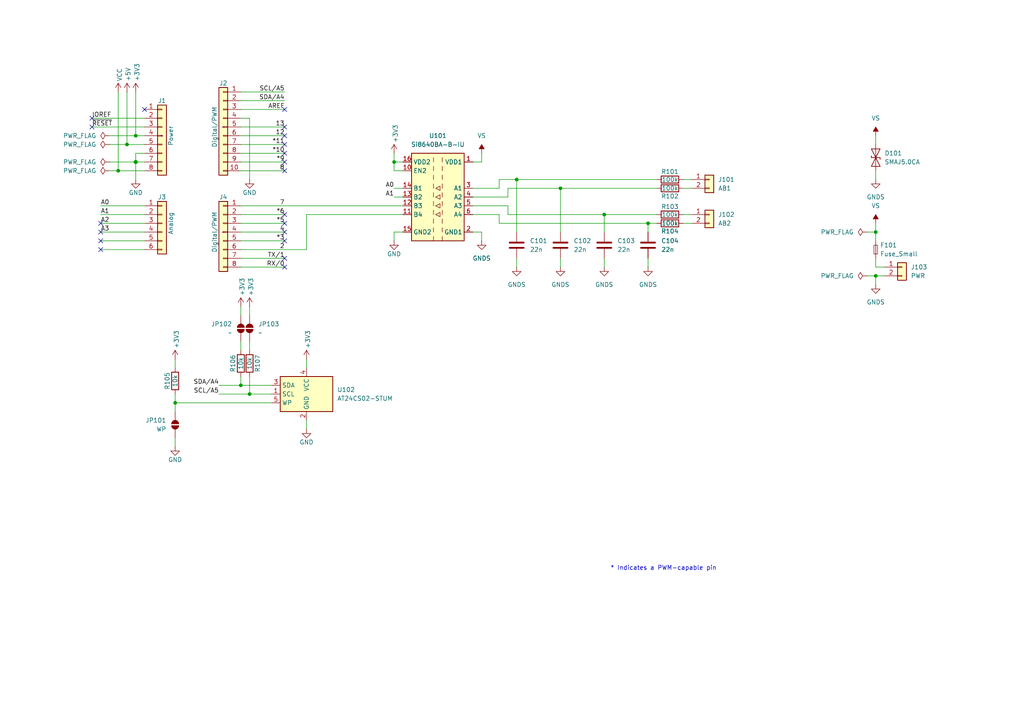
<source format=kicad_sch>
(kicad_sch (version 20250114) (generator "eeschema") (generator_version "9.0")
  (paper "A4")
  (title_block (title "Arduino Uno R3 rotary encoder input shield") (date "2025-12-13") (rev "0.1") (company "Eurovibes / Benedikt Spranger") (comment 1 "SPDX-License-Identifier: CERN-OHL-S-2.0") (comment 2 "https://ohwr.org/cern_ohl_s_v2.txt") (comment 3 "To view a copy of this license, visit") (comment 4 "This work is licensed under the CERN-OHL-S v2"))
  (lib_symbols
    (symbol "Connector_Generic:Conn_01x02" (pin_names (offset 1.016) (hide yes))
      (property "Reference" "J" (at 0 2.54 0))
      (property "Value" "Conn_01x02" (at 0 -5.08 0))
      (symbol "Conn_01x02_1_1"
        (rectangle (start -1.27 1.27) (end 1.27 -3.81) (stroke (width 0.254)) (fill (type background)))
        (rectangle (start -1.27 0.127) (end 0 -0.127) (stroke (width 0.1524)))
        (rectangle (start -1.27 -2.413) (end 0 -2.667) (stroke (width 0.1524)))
        (pin passive line (at -5.08 0 0) (length 3.81) (name "Pin_1") (number "1"))
        (pin passive line (at -5.08 -2.54 0) (length 3.81) (name "Pin_2") (number "2"))
      )
    )
    (symbol "Connector_Generic:Conn_01x06" (pin_names (offset 1.016) (hide yes))
      (property "Reference" "J" (at 0 7.62 0))
      (property "Value" "Conn_01x06" (at 0 -10.16 0))
      (symbol "Conn_01x06_1_1"
        (rectangle (start -1.27 6.35) (end 1.27 -8.89) (stroke (width 0.254)) (fill (type background)))
        (rectangle (start -1.27 5.207) (end 0 4.953) (stroke (width 0.1524)))
        (rectangle (start -1.27 2.667) (end 0 2.413) (stroke (width 0.1524)))
        (rectangle (start -1.27 0.127) (end 0 -0.127) (stroke (width 0.1524)))
        (rectangle (start -1.27 -2.413) (end 0 -2.667) (stroke (width 0.1524)))
        (rectangle (start -1.27 -4.953) (end 0 -5.207) (stroke (width 0.1524)))
        (rectangle (start -1.27 -7.493) (end 0 -7.747) (stroke (width 0.1524)))
        (pin passive line (at -5.08 5.08 0) (length 3.81) (name "Pin_1") (number "1"))
        (pin passive line (at -5.08 2.54 0) (length 3.81) (name "Pin_2") (number "2"))
        (pin passive line (at -5.08 0 0) (length 3.81) (name "Pin_3") (number "3"))
        (pin passive line (at -5.08 -2.54 0) (length 3.81) (name "Pin_4") (number "4"))
        (pin passive line (at -5.08 -5.08 0) (length 3.81) (name "Pin_5") (number "5"))
        (pin passive line (at -5.08 -7.62 0) (length 3.81) (name "Pin_6") (number "6"))
      )
    )
    (symbol "Connector_Generic:Conn_01x08" (pin_names (offset 1.016) (hide yes))
      (property "Reference" "J" (at 0 10.16 0))
      (property "Value" "Conn_01x08" (at 0 -12.7 0))
      (symbol "Conn_01x08_1_1"
        (rectangle (start -1.27 8.89) (end 1.27 -11.43) (stroke (width 0.254)) (fill (type background)))
        (rectangle (start -1.27 7.747) (end 0 7.493) (stroke (width 0.1524)))
        (rectangle (start -1.27 5.207) (end 0 4.953) (stroke (width 0.1524)))
        (rectangle (start -1.27 2.667) (end 0 2.413) (stroke (width 0.1524)))
        (rectangle (start -1.27 0.127) (end 0 -0.127) (stroke (width 0.1524)))
        (rectangle (start -1.27 -2.413) (end 0 -2.667) (stroke (width 0.1524)))
        (rectangle (start -1.27 -4.953) (end 0 -5.207) (stroke (width 0.1524)))
        (rectangle (start -1.27 -7.493) (end 0 -7.747) (stroke (width 0.1524)))
        (rectangle (start -1.27 -10.033) (end 0 -10.287) (stroke (width 0.1524)))
        (pin passive line (at -5.08 7.62 0) (length 3.81) (name "Pin_1") (number "1"))
        (pin passive line (at -5.08 5.08 0) (length 3.81) (name "Pin_2") (number "2"))
        (pin passive line (at -5.08 2.54 0) (length 3.81) (name "Pin_3") (number "3"))
        (pin passive line (at -5.08 0 0) (length 3.81) (name "Pin_4") (number "4"))
        (pin passive line (at -5.08 -2.54 0) (length 3.81) (name "Pin_5") (number "5"))
        (pin passive line (at -5.08 -5.08 0) (length 3.81) (name "Pin_6") (number "6"))
        (pin passive line (at -5.08 -7.62 0) (length 3.81) (name "Pin_7") (number "7"))
        (pin passive line (at -5.08 -10.16 0) (length 3.81) (name "Pin_8") (number "8"))
      )
    )
    (symbol "Connector_Generic:Conn_01x10" (pin_names (offset 1.016) (hide yes))
      (property "Reference" "J" (at 0 12.7 0))
      (property "Value" "Conn_01x10" (at 0 -15.24 0))
      (symbol "Conn_01x10_1_1"
        (rectangle (start -1.27 11.43) (end 1.27 -13.97) (stroke (width 0.254)) (fill (type background)))
        (rectangle (start -1.27 10.287) (end 0 10.033) (stroke (width 0.1524)))
        (rectangle (start -1.27 7.747) (end 0 7.493) (stroke (width 0.1524)))
        (rectangle (start -1.27 5.207) (end 0 4.953) (stroke (width 0.1524)))
        (rectangle (start -1.27 2.667) (end 0 2.413) (stroke (width 0.1524)))
        (rectangle (start -1.27 0.127) (end 0 -0.127) (stroke (width 0.1524)))
        (rectangle (start -1.27 -2.413) (end 0 -2.667) (stroke (width 0.1524)))
        (rectangle (start -1.27 -4.953) (end 0 -5.207) (stroke (width 0.1524)))
        (rectangle (start -1.27 -7.493) (end 0 -7.747) (stroke (width 0.1524)))
        (rectangle (start -1.27 -10.033) (end 0 -10.287) (stroke (width 0.1524)))
        (rectangle (start -1.27 -12.573) (end 0 -12.827) (stroke (width 0.1524)))
        (pin passive line (at -5.08 10.16 0) (length 3.81) (name "Pin_1") (number "1"))
        (pin passive line (at -5.08 7.62 0) (length 3.81) (name "Pin_2") (number "2"))
        (pin passive line (at -5.08 5.08 0) (length 3.81) (name "Pin_3") (number "3"))
        (pin passive line (at -5.08 2.54 0) (length 3.81) (name "Pin_4") (number "4"))
        (pin passive line (at -5.08 0 0) (length 3.81) (name "Pin_5") (number "5"))
        (pin passive line (at -5.08 -2.54 0) (length 3.81) (name "Pin_6") (number "6"))
        (pin passive line (at -5.08 -5.08 0) (length 3.81) (name "Pin_7") (number "7"))
        (pin passive line (at -5.08 -7.62 0) (length 3.81) (name "Pin_8") (number "8"))
        (pin passive line (at -5.08 -10.16 0) (length 3.81) (name "Pin_9") (number "9"))
        (pin passive line (at -5.08 -12.7 0) (length 3.81) (name "Pin_10") (number "10"))
      )
    )
    (symbol "Device:C" (pin_numbers (hide yes)) (pin_names (offset 0.254))
      (property "Reference" "C" (at 0.635 2.54 0))
      (property "Value" "C" (at 0.635 -2.54 0))
      (symbol "C_0_1"
        (polyline (pts (xy -2.032 0.762) (xy 2.032 0.762)) (stroke (width 0.508)))
        (polyline (pts (xy -2.032 -0.762) (xy 2.032 -0.762)) (stroke (width 0.508)))
      )
      (symbol "C_1_1"
        (pin passive line (at 0 3.81 270) (length 2.794) (name "~") (number "1"))
        (pin passive line (at 0 -3.81 90) (length 2.794) (name "~") (number "2"))
      )
    )
    (symbol "Device:Fuse_Small" (pin_numbers (hide yes)) (pin_names (offset 0.254) (hide yes))
      (property "Reference" "F" (at 0 -1.524 0))
      (property "Value" "Fuse_Small" (at 0 1.524 0))
      (symbol "Fuse_Small_0_1"
        (rectangle (start -1.27 0.508) (end 1.27 -0.508))
        (polyline (pts (xy -1.27 0) (xy 1.27 0)))
      )
      (symbol "Fuse_Small_1_1"
        (pin passive line (at -2.54 0 0) (length 1.27) (name "~") (number "1"))
        (pin passive line (at 2.54 0 180) (length 1.27) (name "~") (number "2"))
      )
    )
    (symbol "Device:R" (pin_numbers (hide yes)) (pin_names (offset 0))
      (property "Reference" "R" (at 2.032 0 90))
      (property "Value" "R" (at 0 0 90))
      (symbol "R_0_1"
        (rectangle (start -1.016 -2.54) (end 1.016 2.54) (stroke (width 0.254)))
      )
      (symbol "R_1_1"
        (pin passive line (at 0 3.81 270) (length 1.27) (name "~") (number "1"))
        (pin passive line (at 0 -3.81 90) (length 1.27) (name "~") (number "2"))
      )
    )
    (symbol "Diode:SMAJ5.0CA" (pin_numbers (hide yes)) (pin_names (offset 1.016) (hide yes))
      (property "Reference" "D" (at 0 2.54 0))
      (property "Value" "SMAJ5.0CA" (at 0 -2.54 0))
      (symbol "SMAJ5.0CA_0_1"
        (polyline (pts (xy -2.54 -1.27) (xy 0 0) (xy -2.54 1.27) (xy -2.54 -1.27)) (stroke (width 0.2032)))
        (polyline (pts (xy 0.508 1.27) (xy 0 1.27) (xy 0 -1.27) (xy -0.508 -1.27)) (stroke (width 0.2032)))
        (polyline (pts (xy 1.27 0) (xy -1.27 0)))
        (polyline (pts (xy 2.54 1.27) (xy 2.54 -1.27) (xy 0 0) (xy 2.54 1.27)) (stroke (width 0.2032)))
      )
      (symbol "SMAJ5.0CA_1_1"
        (pin passive line (at -3.81 0 0) (length 2.54) (name "A1") (number "1"))
        (pin passive line (at 3.81 0 180) (length 2.54) (name "A2") (number "2"))
      )
    )
    (symbol "Isolator:Si8640BA-B-IU"
      (property "Reference" "U" (at 0 15.875 0))
      (property "Value" "Si8640BA-B-IU" (at 0 13.97 0))
      (symbol "Si8640BA-B-IU_0_1"
        (rectangle (start -7.62 12.7) (end 7.62 -12.7) (stroke (width 0.254)) (fill (type background)))
        (polyline (pts (xy -1.27 11.43) (xy -1.27 10.16)))
        (polyline (pts (xy -1.27 8.89) (xy -1.27 7.62)))
        (polyline (pts (xy -1.27 6.35) (xy -1.27 5.08)))
        (polyline (pts (xy -1.27 3.81) (xy -1.27 2.54)))
        (polyline (pts (xy -1.27 1.27) (xy -1.27 0)))
        (polyline (pts (xy -1.27 -1.27) (xy -1.27 -2.54)))
        (polyline (pts (xy -1.27 -3.81) (xy -1.27 -5.08)))
        (polyline (pts (xy -1.27 -6.35) (xy -1.27 -7.62)))
        (polyline (pts (xy -1.27 -8.89) (xy -1.27 -10.16)))
        (polyline (pts (xy -1.27 -11.43) (xy -1.27 -12.7)))
        (polyline (pts (xy -0.635 3.175) (xy -0.635 1.905) (xy 0.635 2.54) (xy -0.635 3.175)))
        (polyline (pts (xy -0.635 0.635) (xy -0.635 -0.635) (xy 0.635 0) (xy -0.635 0.635)))
        (polyline (pts (xy 0.635 -2.54) (xy -0.635 -1.905) (xy -0.635 -3.175) (xy 0.635 -2.54)))
        (polyline (pts (xy 0.635 -5.08) (xy -0.635 -4.445) (xy -0.635 -5.715) (xy 0.635 -5.08)))
        (polyline (pts (xy 1.27 11.43) (xy 1.27 10.16)))
        (polyline (pts (xy 1.27 8.89) (xy 1.27 7.62)))
        (polyline (pts (xy 1.27 6.35) (xy 1.27 5.08)))
        (polyline (pts (xy 1.27 3.81) (xy 1.27 2.54)))
        (polyline (pts (xy 1.27 1.27) (xy 1.27 0)))
        (polyline (pts (xy 1.27 -1.27) (xy 1.27 -2.54)))
        (polyline (pts (xy 1.27 -3.81) (xy 1.27 -5.08)))
        (polyline (pts (xy 1.27 -6.35) (xy 1.27 -7.62)))
        (polyline (pts (xy 1.27 -8.89) (xy 1.27 -10.16)))
        (polyline (pts (xy 1.27 -11.43) (xy 1.27 -12.7)))
      )
      (symbol "Si8640BA-B-IU_1_1"
        (pin power_in line (at -10.16 10.16 0) (length 2.54) (name "VDD1") (number "1"))
        (pin input line (at -10.16 2.54 0) (length 2.54) (name "A1") (number "3"))
        (pin input line (at -10.16 0 0) (length 2.54) (name "A2") (number "4"))
        (pin input line (at -10.16 -2.54 0) (length 2.54) (name "A3") (number "5"))
        (pin input line (at -10.16 -5.08 0) (length 2.54) (name "A4") (number "6"))
        (pin power_in line (at -10.16 -10.16 0) (length 2.54) (name "GND1") (number "2"))
        (pin passive line (at -10.16 -10.16 0) (length 2.54) (hide yes) (name "GND1") (number "8"))
        (pin no_connect line (at -7.62 7.62 0) (length 2.54) (hide yes) (name "NC") (number "7"))
        (pin power_in line (at 10.16 10.16 180) (length 2.54) (name "VDD2") (number "16"))
        (pin input line (at 10.16 7.62 180) (length 2.54) (name "EN2") (number "10"))
        (pin output line (at 10.16 2.54 180) (length 2.54) (name "B1") (number "14"))
        (pin output line (at 10.16 0 180) (length 2.54) (name "B2") (number "13"))
        (pin output line (at 10.16 -2.54 180) (length 2.54) (name "B3") (number "12"))
        (pin output line (at 10.16 -5.08 180) (length 2.54) (name "B4") (number "11"))
        (pin power_in line (at 10.16 -10.16 180) (length 2.54) (name "GND2") (number "15"))
        (pin passive line (at 10.16 -10.16 180) (length 2.54) (hide yes) (name "GND2") (number "9"))
      )
    )
    (symbol "Jumper:SolderJumper_2_Open" (pin_numbers (hide yes)) (pin_names (offset 0) (hide yes)) (in_bom no)
      (property "Reference" "JP" (at 0 2.032 0))
      (property "Value" "SolderJumper_2_Open" (at 0 -2.54 0))
      (symbol "SolderJumper_2_Open_0_1"
        (polyline (pts (xy -0.254 1.016) (xy -0.254 -1.016)))
        (arc (start -0.254 -1.016) (mid -1.2656 0) (end -0.254 1.016))
        (arc (start -0.254 -1.016) (mid -1.2656 0) (end -0.254 1.016) (fill (type outline)))
        (arc (start 0.254 1.016) (mid 1.2656 0) (end 0.254 -1.016))
        (arc (start 0.254 1.016) (mid 1.2656 0) (end 0.254 -1.016) (fill (type outline)))
        (polyline (pts (xy 0.254 1.016) (xy 0.254 -1.016)))
      )
      (symbol "SolderJumper_2_Open_1_1"
        (pin passive line (at -3.81 0 0) (length 2.54) (name "A") (number "1"))
        (pin passive line (at 3.81 0 180) (length 2.54) (name "B") (number "2"))
      )
    )
    (symbol "Memory_EEPROM:AT24CS02-STUM"
      (property "Reference" "U" (at -7.62 6.35 0))
      (property "Value" "AT24CS02-STUM" (at 2.54 -6.35 0))
      (symbol "AT24CS02-STUM_1_1"
        (rectangle (start -7.62 5.08) (end 7.62 -5.08) (stroke (width 0.254)) (fill (type background)))
        (pin power_in line (at 0 7.62 270) (length 2.54) (name "VCC") (number "4"))
        (pin power_in line (at 0 -7.62 90) (length 2.54) (name "GND") (number "2"))
        (pin bidirectional line (at 10.16 2.54 180) (length 2.54) (name "SDA") (number "3"))
        (pin input line (at 10.16 0 180) (length 2.54) (name "SCL") (number "1"))
        (pin input line (at 10.16 -2.54 180) (length 2.54) (name "WP") (number "5"))
      )
    )
    (symbol "power:+3V3" (power) (pin_numbers (hide yes)) (pin_names (offset 0) (hide yes))
      (property "Value" "+3V3" (at 0 3.556 0))
      (symbol "+3V3_0_1"
        (polyline (pts (xy -0.762 1.27) (xy 0 2.54)))
        (polyline (pts (xy 0 2.54) (xy 0.762 1.27)))
        (polyline (pts (xy 0 0) (xy 0 2.54)))
      )
      (symbol "+3V3_1_1"
        (pin power_in line (at 0 0 90) (length 0) (name "~") (number "1"))
      )
    )
    (symbol "power:+5V" (power) (pin_numbers (hide yes)) (pin_names (offset 0) (hide yes))
      (property "Value" "+5V" (at 0 3.556 0))
      (symbol "+5V_0_1"
        (polyline (pts (xy -0.762 1.27) (xy 0 2.54)))
        (polyline (pts (xy 0 2.54) (xy 0.762 1.27)))
        (polyline (pts (xy 0 0) (xy 0 2.54)))
      )
      (symbol "+5V_1_1"
        (pin power_in line (at 0 0 90) (length 0) (name "~") (number "1"))
      )
    )
    (symbol "power:GND" (power) (pin_numbers (hide yes)) (pin_names (offset 0) (hide yes))
      (property "Value" "GND" (at 0 -3.81 0))
      (symbol "GND_0_1"
        (polyline (pts (xy 0 0) (xy 0 -1.27) (xy 1.27 -1.27) (xy 0 -2.54) (xy -1.27 -1.27) (xy 0 -1.27)))
      )
      (symbol "GND_1_1"
        (pin power_in line (at 0 0 270) (length 0) (name "~") (number "1"))
      )
    )
    (symbol "power:GNDS" (power) (pin_numbers (hide yes)) (pin_names (offset 0) (hide yes))
      (property "Value" "GNDS" (at 0 -3.81 0))
      (symbol "GNDS_0_1"
        (polyline (pts (xy 0 0) (xy 0 -1.27) (xy 1.27 -1.27) (xy 0 -2.54) (xy -1.27 -1.27) (xy 0 -1.27)))
      )
      (symbol "GNDS_1_1"
        (pin power_in line (at 0 0 270) (length 0) (name "~") (number "1"))
      )
    )
    (symbol "power:PWR_FLAG" (power) (pin_numbers (hide yes)) (pin_names (offset 0) (hide yes))
      (property "Value" "PWR_FLAG" (at 0 3.81 0))
      (symbol "PWR_FLAG_0_0"
        (pin power_out line (at 0 0 90) (length 0) (name "~") (number "1"))
      )
      (symbol "PWR_FLAG_0_1"
        (polyline (pts (xy 0 0) (xy 0 1.27) (xy -1.016 1.905) (xy 0 2.54) (xy 1.016 1.905) (xy 0 1.27)))
      )
    )
    (symbol "power:VCC" (power) (pin_numbers (hide yes)) (pin_names (offset 0) (hide yes))
      (property "Value" "VCC" (at 0 3.556 0))
      (symbol "VCC_0_1"
        (polyline (pts (xy -0.762 1.27) (xy 0 2.54)))
        (polyline (pts (xy 0 2.54) (xy 0.762 1.27)))
        (polyline (pts (xy 0 0) (xy 0 2.54)))
      )
      (symbol "VCC_1_1"
        (pin power_in line (at 0 0 90) (length 0) (name "~") (number "1"))
      )
    )
    (symbol "power:VS" (power) (pin_numbers (hide yes)) (pin_names (offset 0) (hide yes))
      (property "Value" "VS" (at 0 3.556 0))
      (symbol "VS_0_1"
        (polyline (pts (xy 0 0) (xy 0 2.54)))
        (polyline (pts (xy 0.762 1.27) (xy -0.762 1.27) (xy 0 2.54) (xy 0.762 1.27)) (fill (type outline)))
      )
      (symbol "VS_1_1"
        (pin power_in line (at 0 0 90) (length 0) (name "~") (number "1"))
      )
    )
  )
  (text "* Indicates a PWM-capable pin" (at 177.038 165.608 0) (effects (font (size 1.27 1.27)) (justify left bottom)))
  (junction (at 162.56 54.61))
  (junction (at 39.37 46.99) (diameter 1.016))
  (junction (at 114.3 46.99))
  (junction (at 72.39 114.3))
  (junction (at 39.37 39.37))
  (junction (at 175.26 62.23))
  (junction (at 254 80.01))
  (junction (at 187.96 64.77))
  (junction (at 34.29 49.53))
  (junction (at 36.83 41.91))
  (junction (at 254 67.31))
  (junction (at 50.8 116.84))
  (junction (at 149.86 52.07))
  (junction (at 69.85 111.76))
  (no_connect (at 82.55 46.99))
  (no_connect (at 26.67 34.29))
  (no_connect (at 29.21 72.39))
  (no_connect (at 29.21 69.85))
  (no_connect (at 82.55 31.75))
  (no_connect (at 82.55 44.45))
  (no_connect (at 82.55 69.85))
  (no_connect (at 82.55 64.77))
  (no_connect (at 82.55 49.53))
  (no_connect (at 82.55 39.37))
  (no_connect (at 29.21 64.77))
  (no_connect (at 82.55 36.83))
  (no_connect (at 26.67 36.83))
  (no_connect (at 82.55 62.23))
  (no_connect (at 82.55 74.93))
  (no_connect (at 29.21 67.31))
  (no_connect (at 41.91 31.75))
  (no_connect (at 82.55 41.91))
  (no_connect (at 82.55 67.31))
  (no_connect (at 82.55 77.47))
  (wire (pts (xy 69.85 77.47) (xy 82.55 77.47)))
  (wire (pts (xy 175.26 62.23) (xy 175.26 67.31)))
  (wire (pts (xy 149.86 74.93) (xy 149.86 77.47)))
  (wire (pts (xy 69.85 44.45) (xy 82.55 44.45)))
  (wire (pts (xy 254 64.77) (xy 254 67.31)))
  (wire (pts (xy 137.16 57.15) (xy 147.32 57.15)))
  (wire (pts (xy 88.9 121.92) (xy 88.9 124.46)))
  (wire (pts (xy 69.85 26.67) (xy 82.55 26.67)))
  (wire (pts (xy 147.32 59.69) (xy 147.32 62.23)))
  (wire (pts (xy 147.32 54.61) (xy 162.56 54.61)))
  (wire (pts (xy 256.54 80.01) (xy 254 80.01)))
  (wire (pts (xy 116.84 67.31) (xy 114.3 67.31)))
  (wire (pts (xy 162.56 74.93) (xy 162.56 77.47)))
  (wire (pts (xy 39.37 44.45) (xy 39.37 46.99)))
  (wire (pts (xy 137.16 46.99) (xy 139.7 46.99)))
  (wire (pts (xy 29.21 72.39) (xy 41.91 72.39)))
  (wire (pts (xy 254 49.53) (xy 254 52.07)))
  (wire (pts (xy 251.46 80.01) (xy 254 80.01)))
  (wire (pts (xy 39.37 46.99) (xy 39.37 52.07)))
  (wire (pts (xy 39.37 39.37) (xy 41.91 39.37)))
  (wire (pts (xy 88.9 62.23) (xy 88.9 72.39)))
  (wire (pts (xy 36.83 41.91) (xy 41.91 41.91)))
  (wire (pts (xy 198.12 62.23) (xy 200.66 62.23)))
  (wire (pts (xy 36.83 26.67) (xy 36.83 41.91)))
  (wire (pts (xy 50.8 104.14) (xy 50.8 106.68)))
  (wire (pts (xy 114.3 54.61) (xy 116.84 54.61)))
  (wire (pts (xy 31.75 41.91) (xy 36.83 41.91)))
  (wire (pts (xy 69.85 36.83) (xy 82.55 36.83)))
  (wire (pts (xy 72.39 88.9) (xy 72.39 91.44)))
  (wire (pts (xy 39.37 26.67) (xy 39.37 39.37)))
  (wire (pts (xy 114.3 46.99) (xy 114.3 44.45)))
  (wire (pts (xy 63.5 114.3) (xy 72.39 114.3)))
  (wire (pts (xy 41.91 59.69) (xy 29.21 59.69)))
  (wire (pts (xy 69.85 39.37) (xy 82.55 39.37)))
  (wire (pts (xy 69.85 62.23) (xy 82.55 62.23)))
  (wire (pts (xy 190.5 62.23) (xy 175.26 62.23)))
  (wire (pts (xy 251.46 67.31) (xy 254 67.31)))
  (wire (pts (xy 254 77.47) (xy 254 74.93)))
  (wire (pts (xy 147.32 62.23) (xy 175.26 62.23)))
  (wire (pts (xy 254 67.31) (xy 254 69.85)))
  (wire (pts (xy 190.5 52.07) (xy 149.86 52.07)))
  (wire (pts (xy 69.85 59.69) (xy 116.84 59.69)))
  (wire (pts (xy 69.85 46.99) (xy 82.55 46.99)))
  (wire (pts (xy 137.16 59.69) (xy 147.32 59.69)))
  (wire (pts (xy 69.85 67.31) (xy 82.55 67.31)))
  (wire (pts (xy 31.75 49.53) (xy 34.29 49.53)))
  (wire (pts (xy 144.78 62.23) (xy 144.78 64.77)))
  (wire (pts (xy 26.67 34.29) (xy 41.91 34.29)))
  (wire (pts (xy 190.5 64.77) (xy 187.96 64.77)))
  (wire (pts (xy 69.85 111.76) (xy 78.74 111.76)))
  (wire (pts (xy 31.75 46.99) (xy 39.37 46.99)))
  (wire (pts (xy 69.85 72.39) (xy 88.9 72.39)))
  (wire (pts (xy 69.85 88.9) (xy 69.85 91.44)))
  (wire (pts (xy 116.84 49.53) (xy 114.3 49.53)))
  (wire (pts (xy 72.39 34.29) (xy 72.39 52.07)))
  (wire (pts (xy 187.96 74.93) (xy 187.96 77.47)))
  (wire (pts (xy 144.78 52.07) (xy 149.86 52.07)))
  (wire (pts (xy 50.8 116.84) (xy 78.74 116.84)))
  (wire (pts (xy 139.7 67.31) (xy 139.7 69.85)))
  (wire (pts (xy 69.85 31.75) (xy 82.55 31.75)))
  (wire (pts (xy 41.91 64.77) (xy 29.21 64.77)))
  (wire (pts (xy 26.67 36.83) (xy 41.91 36.83)))
  (wire (pts (xy 41.91 46.99) (xy 39.37 46.99)))
  (wire (pts (xy 144.78 54.61) (xy 144.78 52.07)))
  (wire (pts (xy 69.85 109.22) (xy 69.85 111.76)))
  (wire (pts (xy 72.39 114.3) (xy 78.74 114.3)))
  (wire (pts (xy 139.7 46.99) (xy 139.7 44.45)))
  (wire (pts (xy 137.16 54.61) (xy 144.78 54.61)))
  (wire (pts (xy 147.32 57.15) (xy 147.32 54.61)))
  (wire (pts (xy 50.8 114.3) (xy 50.8 116.84)))
  (wire (pts (xy 41.91 49.53) (xy 34.29 49.53)))
  (wire (pts (xy 162.56 54.61) (xy 162.56 67.31)))
  (wire (pts (xy 175.26 74.93) (xy 175.26 77.47)))
  (wire (pts (xy 29.21 62.23) (xy 41.91 62.23)))
  (wire (pts (xy 116.84 46.99) (xy 114.3 46.99)))
  (wire (pts (xy 144.78 64.77) (xy 187.96 64.77)))
  (wire (pts (xy 254 39.37) (xy 254 41.91)))
  (wire (pts (xy 50.8 127) (xy 50.8 129.54)))
  (wire (pts (xy 69.85 34.29) (xy 72.39 34.29)))
  (wire (pts (xy 190.5 54.61) (xy 162.56 54.61)))
  (wire (pts (xy 114.3 67.31) (xy 114.3 69.85)))
  (wire (pts (xy 41.91 44.45) (xy 39.37 44.45)))
  (wire (pts (xy 72.39 109.22) (xy 72.39 114.3)))
  (wire (pts (xy 198.12 54.61) (xy 200.66 54.61)))
  (wire (pts (xy 114.3 49.53) (xy 114.3 46.99)))
  (wire (pts (xy 187.96 64.77) (xy 187.96 67.31)))
  (wire (pts (xy 69.85 41.91) (xy 82.55 41.91)))
  (wire (pts (xy 69.85 99.06) (xy 69.85 101.6)))
  (wire (pts (xy 31.75 39.37) (xy 39.37 39.37)))
  (wire (pts (xy 69.85 64.77) (xy 82.55 64.77)))
  (wire (pts (xy 116.84 62.23) (xy 88.9 62.23)))
  (wire (pts (xy 29.21 67.31) (xy 41.91 67.31)))
  (wire (pts (xy 198.12 52.07) (xy 200.66 52.07)))
  (wire (pts (xy 114.3 57.15) (xy 116.84 57.15)))
  (wire (pts (xy 63.5 111.76) (xy 69.85 111.76)))
  (wire (pts (xy 50.8 116.84) (xy 50.8 119.38)))
  (wire (pts (xy 69.85 29.21) (xy 82.55 29.21)))
  (wire (pts (xy 254 80.01) (xy 254 82.55)))
  (wire (pts (xy 137.16 62.23) (xy 144.78 62.23)))
  (wire (pts (xy 88.9 104.14) (xy 88.9 106.68)))
  (wire (pts (xy 69.85 69.85) (xy 82.55 69.85)))
  (wire (pts (xy 72.39 99.06) (xy 72.39 101.6)))
  (wire (pts (xy 198.12 64.77) (xy 200.66 64.77)))
  (wire (pts (xy 137.16 67.31) (xy 139.7 67.31)))
  (wire (pts (xy 149.86 52.07) (xy 149.86 67.31)))
  (wire (pts (xy 69.85 74.93) (xy 82.55 74.93)))
  (wire (pts (xy 34.29 49.53) (xy 34.29 26.67)))
  (wire (pts (xy 41.91 69.85) (xy 29.21 69.85)))
  (wire (pts (xy 256.54 77.47) (xy 254 77.47)))
  (wire (pts (xy 69.85 49.53) (xy 82.55 49.53)))
  (label "RX{slash}0" (at 82.55 77.47 180))
  (label "A0" (at 114.3 54.61 180))
  (label "A2" (at 29.21 64.77 0))
  (label "4" (at 82.55 67.31 180))
  (label "2" (at 82.55 72.39 180))
  (label "A3" (at 29.21 67.31 0))
  (label "13" (at 82.55 36.83 180))
  (label "A1" (at 114.3 57.15 180))
  (label "12" (at 82.55 39.37 180))
  (label "~{RESET}" (at 26.67 36.83 0))
  (label "*10" (at 82.55 44.45 180))
  (label "SDA{slash}A4" (at 63.5 111.76 180))
  (label "7" (at 82.55 59.69 180))
  (label "SDA{slash}A4" (at 82.55 29.21 180))
  (label "8" (at 82.55 49.53 180))
  (label "*11" (at 82.55 41.91 180))
  (label "*3" (at 82.55 69.85 180))
  (label "SCL{slash}A5" (at 63.5 114.3 180))
  (label "A1" (at 29.21 62.23 0))
  (label "TX{slash}1" (at 82.55 74.93 180))
  (label "A0" (at 29.21 59.69 0))
  (label "AREF" (at 82.55 31.75 180))
  (label "*6" (at 82.55 62.23 180))
  (label "SCL{slash}A5" (at 82.55 26.67 180))
  (label "*9" (at 82.55 46.99 180))
  (label "*5" (at 82.55 64.77 180))
  (label "IOREF" (at 26.67 34.29 0))
  (symbol (lib_id "Connector_Generic:Conn_01x08") (at 46.99 39.37 0) (unit 1)
    (property "Reference" "J1" (at 46.99 29.21 0))
    (property "Value" "Power" (at 49.53 39.37 90))
    (property "Footprint" "Connector_PinSocket_2.54mm:PinSocket_1x08_P2.54mm_Vertical" (effects (hide yes)))
    (property "Datasheet" "~" (at 46.99 39.37 0))
    (property "Description" "Generic connector, single row, 01x08, script generated (kicad-library-utils/schlib/autogen/connector/)" (effects (hide yes)))
    (property "assemble" "n" (effects (hide yes)))
    (property "Long Description" "CONN SOCKET 8POS 0.1 TIN PCB" (effects (hide yes)))
    (property "MF" "Samtec Inc." (effects (hide yes)))
    (property "MP" "ESQ-108-14-T-S" (effects (hide yes)))
    (property "Source" "Digikey" (effects (hide yes)))
    (property "SupplLink" "https://www.digikey.de/en/products/detail/samtec-inc/ESQ-108-14-T-S/6678040" (effects (hide yes)))
    (property "digikey#" "SAM9303-ND" (effects (hide yes)))
  )
  (symbol (lib_id "power:+3V3") (at 39.37 26.67 0) (unit 1)
    (property "Reference" "#PWR03" (effects (hide yes)))
    (property "Value" "+3V3" (at 39.751 23.622 90) (effects (justify left)))
    (property "Description" "Power symbol creates a global label with name \"+3V3\"" (effects (hide yes)))
  )
  (symbol (lib_id "power:+5V") (at 36.83 26.67 0) (unit 1)
    (property "Reference" "#PWR02" (effects (hide yes)))
    (property "Value" "+5V" (at 37.1856 23.622 90) (effects (justify left)))
    (property "Description" "Power symbol creates a global label with name \"+5V\"" (effects (hide yes)))
  )
  (symbol (lib_id "power:GND") (at 39.37 52.07 0) (unit 1)
    (property "Reference" "#PWR04" (effects (hide yes)))
    (property "Value" "GND" (at 39.37 55.88 0))
    (property "Description" "Power symbol creates a global label with name \"GND\" , ground" (effects (hide yes)))
  )
  (symbol (lib_id "Connector_Generic:Conn_01x10") (at 64.77 36.83 0) (mirror y) (unit 1)
    (property "Reference" "J2" (at 64.77 24.13 0))
    (property "Value" "Digital/PWM" (at 62.23 36.83 90))
    (property "Footprint" "Connector_PinSocket_2.54mm:PinSocket_1x10_P2.54mm_Vertical" (effects (hide yes)))
    (property "Datasheet" "~" (at 64.77 36.83 0))
    (property "Description" "Generic connector, single row, 01x10, script generated (kicad-library-utils/schlib/autogen/connector/)" (effects (hide yes)))
    (property "assemble" "n" (effects (hide yes)))
    (property "Long Description" "CONN SOCKET 10POS 0.1 TIN PCB" (effects (hide yes)))
    (property "MF" "Samtec Inc." (effects (hide yes)))
    (property "MP" "ESQ-110-14-T-S" (effects (hide yes)))
    (property "Source" "Digikey" (effects (hide yes)))
    (property "SupplLink" "https://www.digikey.de/en/products/detail/samtec-inc/ESQ-110-14-T-S/6692348" (effects (hide yes)))
    (property "digikey#" "SAM15577-ND" (effects (hide yes)))
  )
  (symbol (lib_id "power:GND") (at 72.39 52.07 0) (unit 1)
    (property "Reference" "#PWR05" (effects (hide yes)))
    (property "Value" "GND" (at 72.39 55.88 0))
    (property "Description" "Power symbol creates a global label with name \"GND\" , ground" (effects (hide yes)))
  )
  (symbol (lib_id "Connector_Generic:Conn_01x06") (at 46.99 64.77 0) (unit 1)
    (property "Reference" "J3" (at 46.99 57.15 0))
    (property "Value" "Analog" (at 49.53 64.77 90))
    (property "Footprint" "Connector_PinSocket_2.54mm:PinSocket_1x06_P2.54mm_Vertical" (effects (hide yes)))
    (property "Description" "Generic connector, single row, 01x06, script generated (kicad-library-utils/schlib/autogen/connector/)" (effects (hide yes)))
    (property "assemble" "n" (effects (hide yes)))
    (property "Long Description" "CONN SOCKET 6POS 0.1 TIN PCB" (effects (hide yes)))
    (property "MF" "Samtec Inc." (effects (hide yes)))
    (property "MP" "ESQ-106-14-T-S" (effects (hide yes)))
    (property "Source" "Digikey" (effects (hide yes)))
    (property "SupplLink" "https://www.digikey.de/en/products/detail/samtec-inc/ESQ-106-14-T-S/6678035" (effects (hide yes)))
    (property "digikey#" "SAM9298-ND" (effects (hide yes)))
  )
  (symbol (lib_id "Connector_Generic:Conn_01x08") (at 64.77 67.31 0) (mirror y) (unit 1)
    (property "Reference" "J4" (at 64.77 57.15 0))
    (property "Value" "Digital/PWM" (at 62.23 67.31 90))
    (property "Footprint" "Connector_PinSocket_2.54mm:PinSocket_1x08_P2.54mm_Vertical" (effects (hide yes)))
    (property "Datasheet" "~" (at 64.77 67.31 0))
    (property "Description" "Generic connector, single row, 01x08, script generated (kicad-library-utils/schlib/autogen/connector/)" (effects (hide yes)))
    (property "assemble" "n" (effects (hide yes)))
    (property "Long Description" "CONN SOCKET 8POS 0.1 TIN PCB" (effects (hide yes)))
    (property "MF" "Samtec Inc." (effects (hide yes)))
    (property "MP" "ESQ-108-14-T-S" (effects (hide yes)))
    (property "Source" "Digikey" (effects (hide yes)))
    (property "SupplLink" "https://www.digikey.de/en/products/detail/samtec-inc/ESQ-108-14-T-S/6678040" (effects (hide yes)))
    (property "digikey#" "SAM9303-ND" (effects (hide yes)))
  )
  (symbol (lib_id "power:PWR_FLAG") (at 31.75 46.99 90) (unit 1)
    (property "Reference" "#FLG0103" (effects (hide yes)))
    (property "Value" "PWR_FLAG" (at 27.94 46.9899 90) (effects (justify left)))
    (property "Description" "Special symbol for telling ERC where power comes from" (effects (hide yes)))
  )
  (symbol (lib_id "power:GND") (at 88.9 124.46 0) (unit 1)
    (property "Reference" "#PWR0114" (effects (hide yes)))
    (property "Value" "GND" (at 88.9 128.27 0))
    (property "Description" "Power symbol creates a global label with name \"GND\" , ground" (effects (hide yes)))
  )
  (symbol (lib_id "power:VS") (at 254 64.77 0) (unit 1)
    (property "Reference" "#PWR0107" (effects (hide yes)))
    (property "Value" "VS" (at 254 59.69 0))
    (property "Description" "Power symbol creates a global label with name \"VS\"" (effects (hide yes)))
  )
  (symbol (lib_id "Connector_Generic:Conn_01x02") (at 205.74 62.23 0) (unit 1)
    (property "Reference" "J102" (at 208.28 62.2299 0) (effects (justify left)))
    (property "Value" "AB2" (at 208.28 64.7699 0) (effects (justify left)))
    (property "Footprint" "TerminalBlock_WAGO:TerminalBlock_WAGO_236-402_1x02_P5.00mm_45Degree" (effects (hide yes)))
    (property "Description" "Generic connector, single row, 01x02, script generated (kicad-library-utils/schlib/autogen/connector/)" (effects (hide yes)))
    (property "assemble" "n" (effects (hide yes)))
    (property "Long Description" "PCB TERMINAL BLOCK; 2.5 MM; PIN" (effects (hide yes)))
    (property "MF" "WAGO Corporation" (effects (hide yes)))
    (property "MP" "236-402" (effects (hide yes)))
    (property "Source" "Digikey" (effects (hide yes)))
    (property "SupplLink" "https://www.digikey.de/en/products/detail/wago-corporation/236-402/15573417" (effects (hide yes)))
    (property "digikey#" "2946-236-402-ND" (effects (hide yes)))
  )
  (symbol (lib_id "Device:R") (at 194.31 54.61 90) (mirror x) (unit 1)
    (property "Reference" "R102" (at 194.31 56.896 90))
    (property "Value" "100k" (at 194.31 54.61 90))
    (property "Footprint" "Resistor_SMD:R_0402_1005Metric" (effects (hide yes)))
    (property "Description" "Resistor" (effects (hide yes)))
    (property "Long Description" "-55℃~+155℃ 100kΩ 50V 62.5mW Thick Film Resistor ±1% ±100ppm/℃ 0402 Chip Resistor - Surface Mount ROHS" (effects (hide yes)))
    (property "MF" "UNI-ROYAL(Uniroyal Elec)" (effects (hide yes)))
    (property "MP" "0402WGF1003TCE" (effects (hide yes)))
    (property "Source" "JLCPCB" (effects (hide yes)))
    (property "SupplLink" "https://jlcpcb.com/partdetail/26484-0402WGF1003TCE/C25741" (effects (hide yes)))
    (property "assemble" "y" (effects (hide yes)))
    (property "lcsc#" "C25741" (effects (hide yes)))
  )
  (symbol (lib_id "power:VS") (at 254 39.37 0) (unit 1)
    (property "Reference" "#PWR0111" (effects (hide yes)))
    (property "Value" "VS" (at 254 34.29 0))
    (property "Description" "Power symbol creates a global label with name \"VS\"" (effects (hide yes)))
  )
  (symbol (lib_id "Device:R") (at 194.31 52.07 90) (unit 1)
    (property "Reference" "R101" (at 194.31 49.784 90))
    (property "Value" "100k" (at 194.31 52.07 90))
    (property "Footprint" "Resistor_SMD:R_0402_1005Metric" (effects (hide yes)))
    (property "Description" "Resistor" (effects (hide yes)))
    (property "Long Description" "-55℃~+155℃ 100kΩ 50V 62.5mW Thick Film Resistor ±1% ±100ppm/℃ 0402 Chip Resistor - Surface Mount ROHS" (effects (hide yes)))
    (property "MF" "UNI-ROYAL(Uniroyal Elec)" (effects (hide yes)))
    (property "MP" "0402WGF1003TCE" (effects (hide yes)))
    (property "Source" "JLCPCB" (effects (hide yes)))
    (property "SupplLink" "https://jlcpcb.com/partdetail/26484-0402WGF1003TCE/C25741" (effects (hide yes)))
    (property "assemble" "y" (effects (hide yes)))
    (property "lcsc#" "C25741" (effects (hide yes)))
  )
  (symbol (lib_id "Device:R") (at 194.31 64.77 90) (mirror x) (unit 1)
    (property "Reference" "R104" (at 194.31 67.056 90))
    (property "Value" "100k" (at 194.31 64.77 90))
    (property "Footprint" "Resistor_SMD:R_0402_1005Metric" (effects (hide yes)))
    (property "Description" "Resistor" (effects (hide yes)))
    (property "Long Description" "-55℃~+155℃ 100kΩ 50V 62.5mW Thick Film Resistor ±1% ±100ppm/℃ 0402 Chip Resistor - Surface Mount ROHS" (effects (hide yes)))
    (property "MF" "UNI-ROYAL(Uniroyal Elec)" (effects (hide yes)))
    (property "MP" "0402WGF1003TCE" (effects (hide yes)))
    (property "Source" "JLCPCB" (effects (hide yes)))
    (property "SupplLink" "https://jlcpcb.com/partdetail/26484-0402WGF1003TCE/C25741" (effects (hide yes)))
    (property "assemble" "y" (effects (hide yes)))
    (property "lcsc#" "C25741" (effects (hide yes)))
  )
  (symbol (lib_id "power:PWR_FLAG") (at 31.75 49.53 90) (unit 1)
    (property "Reference" "#FLG0104" (effects (hide yes)))
    (property "Value" "PWR_FLAG" (at 27.94 49.5299 90) (effects (justify left)))
    (property "Description" "Special symbol for telling ERC where power comes from" (effects (hide yes)))
  )
  (symbol (lib_id "power:VS") (at 139.7 44.45 0) (unit 1)
    (property "Reference" "#PWR0108" (effects (hide yes)))
    (property "Value" "VS" (at 139.7 39.37 0))
    (property "Description" "Power symbol creates a global label with name \"VS\"" (effects (hide yes)))
  )
  (symbol (lib_id "Jumper:SolderJumper_2_Open") (at 50.8 123.19 90) (unit 1) (in_bom no)
    (property "Reference" "JP101" (at 48.26 121.9199 90) (effects (justify left)))
    (property "Value" "WP" (at 48.26 124.4599 90) (effects (justify left)))
    (property "Footprint" "Jumper:SolderJumper-2_P1.3mm_Open_Pad1.0x1.5mm" (effects (hide yes)))
    (property "Description" "Solder Jumper, 2-pole, open" (effects (hide yes)))
  )
  (symbol (lib_id "Device:R") (at 69.85 105.41 180) (unit 1)
    (property "Reference" "R106" (at 67.564 105.41 90))
    (property "Value" "10k" (at 69.85 105.41 90))
    (property "Footprint" "Resistor_SMD:R_0402_1005Metric" (effects (hide yes)))
    (property "Description" "Resistor" (effects (hide yes)))
    (property "Long Description" "-55℃~+155℃ 10kΩ 50V 62.5mW Thick Film Resistor ±1% ±100ppm/℃ 0402 Chip Resistor - Surface Mount ROHS" (effects (hide yes)))
    (property "MF" "UNI-ROYAL(Uniroyal Elec)" (effects (hide yes)))
    (property "MP" "0402WGF1002TCE" (effects (hide yes)))
    (property "Source" "JLCPCB" (effects (hide yes)))
    (property "SupplLink" "https://jlcpcb.com/partdetail/26487-0402WGF1002TCE/C25744" (effects (hide yes)))
    (property "assemble" "y" (effects (hide yes)))
    (property "lcsc#" "C25744" (effects (hide yes)))
  )
  (symbol (lib_id "power:PWR_FLAG") (at 31.75 41.91 90) (unit 1)
    (property "Reference" "#FLG0102" (effects (hide yes)))
    (property "Value" "PWR_FLAG" (at 27.94 41.9099 90) (effects (justify left)))
    (property "Description" "Special symbol for telling ERC where power comes from" (effects (hide yes)))
  )
  (symbol (lib_id "power:+3V3") (at 50.8 104.14 0) (unit 1)
    (property "Reference" "#PWR0115" (effects (hide yes)))
    (property "Value" "+3V3" (at 51.181 101.092 90) (effects (justify left)))
    (property "Description" "Power symbol creates a global label with name \"+3V3\"" (effects (hide yes)))
  )
  (symbol (lib_id "power:PWR_FLAG") (at 251.46 67.31 90) (unit 1)
    (property "Reference" "#FLG0106" (effects (hide yes)))
    (property "Value" "PWR_FLAG" (at 247.65 67.3099 90) (effects (justify left)))
    (property "Description" "Special symbol for telling ERC where power comes from" (effects (hide yes)))
  )
  (symbol (lib_id "power:+3V3") (at 72.39 88.9 0) (unit 1)
    (property "Reference" "#PWR0118" (effects (hide yes)))
    (property "Value" "+3V3" (at 72.771 85.852 90) (effects (justify left)))
    (property "Description" "Power symbol creates a global label with name \"+3V3\"" (effects (hide yes)))
  )
  (symbol (lib_id "power:GND") (at 114.3 69.85 0) (unit 1)
    (property "Reference" "#PWR0110" (effects (hide yes)))
    (property "Value" "GND" (at 114.3 73.66 0))
    (property "Description" "Power symbol creates a global label with name \"GND\" , ground" (effects (hide yes)))
  )
  (symbol (lib_id "power:GNDS") (at 139.7 69.85 0) (unit 1)
    (property "Reference" "#PWR0105" (effects (hide yes)))
    (property "Value" "GNDS" (at 139.7 74.93 0))
    (property "Description" "Power symbol creates a global label with name \"GNDS\" , signal ground" (effects (hide yes)))
  )
  (symbol (lib_id "Device:R") (at 72.39 105.41 0) (mirror x) (unit 1)
    (property "Reference" "R107" (at 74.676 105.41 90))
    (property "Value" "10k" (at 72.39 105.41 90))
    (property "Footprint" "Resistor_SMD:R_0402_1005Metric" (effects (hide yes)))
    (property "Description" "Resistor" (effects (hide yes)))
    (property "Long Description" "-55℃~+155℃ 10kΩ 50V 62.5mW Thick Film Resistor ±1% ±100ppm/℃ 0402 Chip Resistor - Surface Mount ROHS" (effects (hide yes)))
    (property "MF" "UNI-ROYAL(Uniroyal Elec)" (effects (hide yes)))
    (property "MP" "0402WGF1002TCE" (effects (hide yes)))
    (property "Source" "JLCPCB" (effects (hide yes)))
    (property "SupplLink" "https://jlcpcb.com/partdetail/26487-0402WGF1002TCE/C25744" (effects (hide yes)))
    (property "assemble" "y" (effects (hide yes)))
    (property "lcsc#" "C25744" (effects (hide yes)))
  )
  (symbol (lib_id "power:PWR_FLAG") (at 251.46 80.01 90) (unit 1)
    (property "Reference" "#FLG0105" (effects (hide yes)))
    (property "Value" "PWR_FLAG" (at 247.65 80.0099 90) (effects (justify left)))
    (property "Description" "Special symbol for telling ERC where power comes from" (effects (hide yes)))
  )
  (symbol (lib_id "Memory_EEPROM:AT24CS02-STUM") (at 88.9 114.3 0) (mirror y) (unit 1)
    (property "Reference" "U102" (at 97.79 113.0299 0) (effects (justify right)))
    (property "Value" "AT24CS02-STUM" (at 97.79 115.5699 0) (effects (justify right)))
    (property "Footprint" "Package_TO_SOT_SMD:SOT-23-5" (effects (hide yes)))
    (property "Datasheet" "http://ww1.microchip.com/downloads/en/DeviceDoc/Atmel-8815-SEEPROM-AT24CS01-02-Datasheet.pdf" (effects (hide yes)))
    (property "Description" "I2C Serial EEPROM, 2Kb (256x8) with Unique Serial Number, SOT-23-5" (effects (hide yes)))
    (property "Long Description" "-40℃~+85℃ 1,000,000 Cycles 1.8V~5.5V 100 Years 1MHz 2Kbit 5ms I2C SOT-23-5 EEPROM ROHS" (effects (hide yes)))
    (property "MF" "IDCHIP" (effects (hide yes)))
    (property "MP" "AD24C02" (effects (hide yes)))
    (property "Source" "JLCPCB" (effects (hide yes)))
    (property "SupplLink" "https://jlcpcb.com/partdetail/IDCHIP-AD24C02/C5125083" (effects (hide yes)))
    (property "assemble" "y" (effects (hide yes)))
    (property "lcsc#" "C5125083" (effects (hide yes)))
  )
  (symbol (lib_id "Isolator:Si8640BA-B-IU") (at 127 57.15 0) (mirror y) (unit 1)
    (property "Reference" "U101" (at 127 39.37 0))
    (property "Value" "Si8640BA-B-IU" (at 127 41.91 0))
    (property "Footprint" "Package_SO:QSOP-16_3.9x4.9mm_P0.635mm" (effects (hide yes)))
    (property "Datasheet" "https://www.silabs.com/documents/public/data-sheets/si864x-datasheet.pdf" (effects (hide yes)))
    (property "Description" "Low-Power Quad-Channel Digital Isolator, 150Mbps, 2.5-5.5V, 1.0kV isolation, Fail-Safe Low, QSOP-16" (effects (hide yes)))
    (property "Long Description" "SOW-16 Digital Isolators ROHS" (effects (hide yes)))
    (property "MF" "HXY MOSFET" (effects (hide yes)))
    (property "MP" "SI8640ED-B-IS-HXY" (effects (hide yes)))
    (property "Source" "JLCPCB" (effects (hide yes)))
    (property "SupplLink" "https://jlcpcb.com/partdetail/HXYMOSFET-SI8640ED_B_ISHXY/C52145203" (effects (hide yes)))
    (property "assemble" "y" (effects (hide yes)))
    (property "lcsc#" "C52145203" (effects (hide yes)))
  )
  (symbol (lib_id "power:VCC") (at 34.29 26.67 0) (unit 1)
    (property "Reference" "#PWR01" (effects (hide yes)))
    (property "Value" "VCC" (at 34.671 23.622 90) (effects (justify left)))
    (property "Description" "Power symbol creates a global label with name \"VCC\"" (effects (hide yes)))
  )
  (symbol (lib_id "power:+3V3") (at 114.3 44.45 0) (unit 1)
    (property "Reference" "#PWR0109" (effects (hide yes)))
    (property "Value" "+3V3" (at 114.681 41.402 90) (effects (justify left)))
    (property "Description" "Power symbol creates a global label with name \"+3V3\"" (effects (hide yes)))
  )
  (symbol (lib_id "Device:R") (at 50.8 110.49 180) (unit 1)
    (property "Reference" "R105" (at 48.514 110.49 90))
    (property "Value" "10k" (at 50.8 110.49 90))
    (property "Footprint" "Resistor_SMD:R_0402_1005Metric" (effects (hide yes)))
    (property "Description" "Resistor" (effects (hide yes)))
    (property "Long Description" "-55℃~+155℃ 10kΩ 50V 62.5mW Thick Film Resistor ±1% ±100ppm/℃ 0402 Chip Resistor - Surface Mount ROHS" (effects (hide yes)))
    (property "MF" "UNI-ROYAL(Uniroyal Elec)" (effects (hide yes)))
    (property "MP" "0402WGF1002TCE" (effects (hide yes)))
    (property "Source" "JLCPCB" (effects (hide yes)))
    (property "SupplLink" "https://jlcpcb.com/partdetail/26487-0402WGF1002TCE/C25744" (effects (hide yes)))
    (property "assemble" "y" (effects (hide yes)))
    (property "lcsc#" "C25744" (effects (hide yes)))
  )
  (symbol (lib_id "power:GND") (at 50.8 129.54 0) (unit 1)
    (property "Reference" "#PWR0116" (effects (hide yes)))
    (property "Value" "GND" (at 50.8 133.35 0))
    (property "Description" "Power symbol creates a global label with name \"GND\" , ground" (effects (hide yes)))
  )
  (symbol (lib_id "Device:C") (at 162.56 71.12 0) (unit 1)
    (property "Reference" "C102" (at 166.37 69.8499 0) (effects (justify left)))
    (property "Value" "22n" (at 166.37 72.3899 0) (effects (justify left)))
    (property "Footprint" "Capacitor_SMD:C_0402_1005Metric" (effects (hide yes)))
    (property "Description" "Unpolarized capacitor" (effects (hide yes)))
    (property "Long Description" "22nF 50V X7R ±10% 0402 Multilayer Ceramic Capacitors MLCC - SMD/SMT ROHS" (effects (hide yes)))
    (property "MF" "FH (Guangdong Fenghua Advanced Tech)" (effects (hide yes)))
    (property "MP" "0402B223K500NT" (effects (hide yes)))
    (property "Source" "JLCPCB" (effects (hide yes)))
    (property "SupplLink" "https://jlcpcb.com/partdetail/1884-0402B223K500NT/C1532" (effects (hide yes)))
    (property "assemble" "y" (effects (hide yes)))
    (property "lcsc#" "C1532" (effects (hide yes)))
  )
  (symbol (lib_id "Connector_Generic:Conn_01x02") (at 261.62 77.47 0) (unit 1)
    (property "Reference" "J103" (at 264.16 77.4699 0) (effects (justify left)))
    (property "Value" "PWR" (at 264.16 80.0099 0) (effects (justify left)))
    (property "Footprint" "TerminalBlock_WAGO:TerminalBlock_WAGO_236-402_1x02_P5.00mm_45Degree" (effects (hide yes)))
    (property "Description" "Generic connector, single row, 01x02, script generated (kicad-library-utils/schlib/autogen/connector/)" (effects (hide yes)))
    (property "assemble" "n" (effects (hide yes)))
    (property "Long Description" "PCB TERMINAL BLOCK; 2.5 MM; PIN" (effects (hide yes)))
    (property "MF" "WAGO Corporation" (effects (hide yes)))
    (property "MP" "236-402" (effects (hide yes)))
    (property "Source" "Digikey" (effects (hide yes)))
    (property "SupplLink" "https://www.digikey.de/en/products/detail/wago-corporation/236-402/15573417" (effects (hide yes)))
    (property "digikey#" "2946-236-402-ND" (effects (hide yes)))
  )
  (symbol (lib_id "power:+3V3") (at 69.85 88.9 0) (unit 1)
    (property "Reference" "#PWR0117" (effects (hide yes)))
    (property "Value" "+3V3" (at 70.231 85.852 90) (effects (justify left)))
    (property "Description" "Power symbol creates a global label with name \"+3V3\"" (effects (hide yes)))
  )
  (symbol (lib_id "Jumper:SolderJumper_2_Open") (at 69.85 95.25 90) (unit 1) (in_bom no)
    (property "Reference" "JP102" (at 67.31 93.9799 90) (effects (justify left)))
    (property "Value" "~" (at 67.31 96.5199 90) (effects (justify left)))
    (property "Footprint" "Jumper:SolderJumper-2_P1.3mm_Open_Pad1.0x1.5mm" (effects (hide yes)))
    (property "Description" "Solder Jumper, 2-pole, open" (effects (hide yes)))
  )
  (symbol (lib_id "Connector_Generic:Conn_01x02") (at 205.74 52.07 0) (unit 1)
    (property "Reference" "J101" (at 208.28 52.0699 0) (effects (justify left)))
    (property "Value" "AB1" (at 208.28 54.6099 0) (effects (justify left)))
    (property "Footprint" "TerminalBlock_WAGO:TerminalBlock_WAGO_236-402_1x02_P5.00mm_45Degree" (effects (hide yes)))
    (property "Description" "Generic connector, single row, 01x02, script generated (kicad-library-utils/schlib/autogen/connector/)" (effects (hide yes)))
    (property "assemble" "n" (effects (hide yes)))
    (property "Long Description" "PCB TERMINAL BLOCK; 2.5 MM; PIN" (effects (hide yes)))
    (property "MF" "WAGO Corporation" (effects (hide yes)))
    (property "MP" "236-402" (effects (hide yes)))
    (property "Source" "Digikey" (effects (hide yes)))
    (property "SupplLink" "https://www.digikey.de/en/products/detail/wago-corporation/236-402/15573417" (effects (hide yes)))
    (property "digikey#" "2946-236-402-ND" (effects (hide yes)))
  )
  (symbol (lib_id "power:GNDS") (at 187.96 77.47 0) (unit 1)
    (property "Reference" "#PWR0104" (effects (hide yes)))
    (property "Value" "GNDS" (at 187.96 82.55 0))
    (property "Description" "Power symbol creates a global label with name \"GNDS\" , signal ground" (effects (hide yes)))
  )
  (symbol (lib_id "power:GNDS") (at 162.56 77.47 0) (unit 1)
    (property "Reference" "#PWR0102" (effects (hide yes)))
    (property "Value" "GNDS" (at 162.56 82.55 0))
    (property "Description" "Power symbol creates a global label with name \"GNDS\" , signal ground" (effects (hide yes)))
  )
  (symbol (lib_id "power:GNDS") (at 149.86 77.47 0) (unit 1)
    (property "Reference" "#PWR0101" (effects (hide yes)))
    (property "Value" "GNDS" (at 149.86 82.55 0))
    (property "Description" "Power symbol creates a global label with name \"GNDS\" , signal ground" (effects (hide yes)))
  )
  (symbol (lib_id "Device:C") (at 175.26 71.12 0) (unit 1)
    (property "Reference" "C103" (at 179.07 69.8499 0) (effects (justify left)))
    (property "Value" "22n" (at 179.07 72.3899 0) (effects (justify left)))
    (property "Footprint" "Capacitor_SMD:C_0402_1005Metric" (effects (hide yes)))
    (property "Description" "Unpolarized capacitor" (effects (hide yes)))
    (property "Long Description" "22nF 50V X7R ±10% 0402 Multilayer Ceramic Capacitors MLCC - SMD/SMT ROHS" (effects (hide yes)))
    (property "MF" "FH (Guangdong Fenghua Advanced Tech)" (effects (hide yes)))
    (property "MP" "0402B223K500NT" (effects (hide yes)))
    (property "Source" "JLCPCB" (effects (hide yes)))
    (property "SupplLink" "https://jlcpcb.com/partdetail/1884-0402B223K500NT/C1532" (effects (hide yes)))
    (property "assemble" "y" (effects (hide yes)))
    (property "lcsc#" "C1532" (effects (hide yes)))
  )
  (symbol (lib_id "power:GNDS") (at 175.26 77.47 0) (unit 1)
    (property "Reference" "#PWR0103" (effects (hide yes)))
    (property "Value" "GNDS" (at 175.26 82.55 0))
    (property "Description" "Power symbol creates a global label with name \"GNDS\" , signal ground" (effects (hide yes)))
  )
  (symbol (lib_id "Device:C") (at 149.86 71.12 0) (unit 1)
    (property "Reference" "C101" (at 153.67 69.8499 0) (effects (justify left)))
    (property "Value" "22n" (at 153.67 72.3899 0) (effects (justify left)))
    (property "Footprint" "Capacitor_SMD:C_0402_1005Metric" (effects (hide yes)))
    (property "Description" "Unpolarized capacitor" (effects (hide yes)))
    (property "Long Description" "22nF 50V X7R ±10% 0402 Multilayer Ceramic Capacitors MLCC - SMD/SMT ROHS" (effects (hide yes)))
    (property "MF" "FH (Guangdong Fenghua Advanced Tech)" (effects (hide yes)))
    (property "MP" "0402B223K500NT" (effects (hide yes)))
    (property "Source" "JLCPCB" (effects (hide yes)))
    (property "SupplLink" "https://jlcpcb.com/partdetail/1884-0402B223K500NT/C1532" (effects (hide yes)))
    (property "assemble" "y" (effects (hide yes)))
    (property "lcsc#" "C1532" (effects (hide yes)))
  )
  (symbol (lib_id "Device:C") (at 187.96 71.12 0) (unit 1)
    (property "Reference" "C104" (at 191.77 69.8499 0) (effects (justify left)))
    (property "Value" "22n" (at 191.77 72.3899 0) (effects (justify left)))
    (property "Footprint" "Capacitor_SMD:C_0402_1005Metric" (effects (hide yes)))
    (property "Description" "Unpolarized capacitor" (effects (hide yes)))
    (property "Long Description" "22nF 50V X7R ±10% 0402 Multilayer Ceramic Capacitors MLCC - SMD/SMT ROHS" (effects (hide yes)))
    (property "MF" "FH (Guangdong Fenghua Advanced Tech)" (effects (hide yes)))
    (property "MP" "0402B223K500NT" (effects (hide yes)))
    (property "Source" "JLCPCB" (effects (hide yes)))
    (property "SupplLink" "https://jlcpcb.com/partdetail/1884-0402B223K500NT/C1532" (effects (hide yes)))
    (property "assemble" "y" (effects (hide yes)))
    (property "lcsc#" "C1532" (effects (hide yes)))
  )
  (symbol (lib_id "power:GNDS") (at 254 82.55 0) (unit 1)
    (property "Reference" "#PWR0106" (effects (hide yes)))
    (property "Value" "GNDS" (at 254 87.63 0))
    (property "Description" "Power symbol creates a global label with name \"GNDS\" , signal ground" (effects (hide yes)))
  )
  (symbol (lib_id "Diode:SMAJ5.0CA") (at 254 45.72 90) (unit 1)
    (property "Reference" "D101" (at 256.54 44.4499 90) (effects (justify right)))
    (property "Value" "SMAJ5.0CA" (at 256.54 46.9899 90) (effects (justify right)))
    (property "Footprint" "Diode_SMD:D_SMA" (effects (hide yes)))
    (property "Datasheet" "https://www.littelfuse.com/media?resourcetype=datasheets&itemid=75e32973-b177-4ee3-a0ff-cedaf1abdb93&filename=smaj-datasheet" (effects (hide yes)))
    (property "Description" "400W bidirectional Transient Voltage Suppressor, 5.0Vr, SMA(DO-214AC)" (effects (hide yes)))
    (property "Long Description" "-55℃~+150℃@(Tj) 400W 43.5A 5V 6.4V 800uA 9.2V Bidirectional TVS DO-214AC(SMA) ESD and Surge Protection (TVS/ESD) ROHS" (effects (hide yes)))
    (property "MF" "GOODWORK" (effects (hide yes)))
    (property "MP" "SMAJ5.0CA" (effects (hide yes)))
    (property "Source" "JLCPCB" (effects (hide yes)))
    (property "SupplLink" "https://jlcpcb.com/partdetail/GOODWORK-SMAJ50CA/C908809" (effects (hide yes)))
    (property "assemble" "y" (effects (hide yes)))
    (property "lcsc#" "C908809" (effects (hide yes)))
  )
  (symbol (lib_id "Jumper:SolderJumper_2_Open") (at 72.39 95.25 270) (mirror x) (unit 1) (in_bom no)
    (property "Reference" "JP103" (at 74.93 93.9799 90) (effects (justify left)))
    (property "Value" "~" (at 74.93 96.5199 90) (effects (justify left)))
    (property "Footprint" "Jumper:SolderJumper-2_P1.3mm_Open_Pad1.0x1.5mm" (effects (hide yes)))
    (property "Description" "Solder Jumper, 2-pole, open" (effects (hide yes)))
  )
  (symbol (lib_id "power:PWR_FLAG") (at 31.75 39.37 90) (unit 1)
    (property "Reference" "#FLG0101" (effects (hide yes)))
    (property "Value" "PWR_FLAG" (at 27.94 39.3699 90) (effects (justify left)))
    (property "Description" "Special symbol for telling ERC where power comes from" (effects (hide yes)))
  )
  (symbol (lib_id "power:+3V3") (at 88.9 104.14 0) (unit 1)
    (property "Reference" "#PWR0113" (effects (hide yes)))
    (property "Value" "+3V3" (at 89.281 101.092 90) (effects (justify left)))
    (property "Description" "Power symbol creates a global label with name \"+3V3\"" (effects (hide yes)))
  )
  (symbol (lib_id "Device:Fuse_Small") (at 254 72.39 90) (unit 1)
    (property "Reference" "F101" (at 255.27 71.1199 90) (effects (justify right)))
    (property "Value" "Fuse_Small" (at 255.27 73.6599 90) (effects (justify right)))
    (property "Footprint" "Fuse:Fuse_1206_3216Metric" (effects (hide yes)))
    (property "Description" "Fuse, small symbol" (effects (hide yes)))
    (property "Long Description" "-40℃~+85℃ 1.6Ω 100A 100mA 15Ω 250mA 400mW 60V 1206 Resettable Fuses ROHS" (effects (hide yes)))
    (property "MF" "TECHFUSE" (effects (hide yes)))
    (property "MP" "nSMD010" (effects (hide yes)))
    (property "Source" "JLCPCB" (effects (hide yes)))
    (property "SupplLink" "https://jlcpcb.com/partdetail/TECHFUSE-nSMD010/C70065" (effects (hide yes)))
    (property "assemble" "y" (effects (hide yes)))
    (property "lcsc#" "C70065" (effects (hide yes)))
  )
  (symbol (lib_id "power:GNDS") (at 254 52.07 0) (unit 1)
    (property "Reference" "#PWR0112" (effects (hide yes)))
    (property "Value" "GNDS" (at 254 57.15 0))
    (property "Description" "Power symbol creates a global label with name \"GNDS\" , signal ground" (effects (hide yes)))
  )
  (symbol (lib_id "Device:R") (at 194.31 62.23 90) (unit 1)
    (property "Reference" "R103" (at 194.31 59.944 90))
    (property "Value" "100k" (at 194.31 62.23 90))
    (property "Footprint" "Resistor_SMD:R_0402_1005Metric" (effects (hide yes)))
    (property "Description" "Resistor" (effects (hide yes)))
    (property "Long Description" "-55℃~+155℃ 100kΩ 50V 62.5mW Thick Film Resistor ±1% ±100ppm/℃ 0402 Chip Resistor - Surface Mount ROHS" (effects (hide yes)))
    (property "MF" "UNI-ROYAL(Uniroyal Elec)" (effects (hide yes)))
    (property "MP" "0402WGF1003TCE" (effects (hide yes)))
    (property "Source" "JLCPCB" (effects (hide yes)))
    (property "SupplLink" "https://jlcpcb.com/partdetail/26484-0402WGF1003TCE/C25741" (effects (hide yes)))
    (property "assemble" "y" (effects (hide yes)))
    (property "lcsc#" "C25741" (effects (hide yes)))
  )
)
</source>
